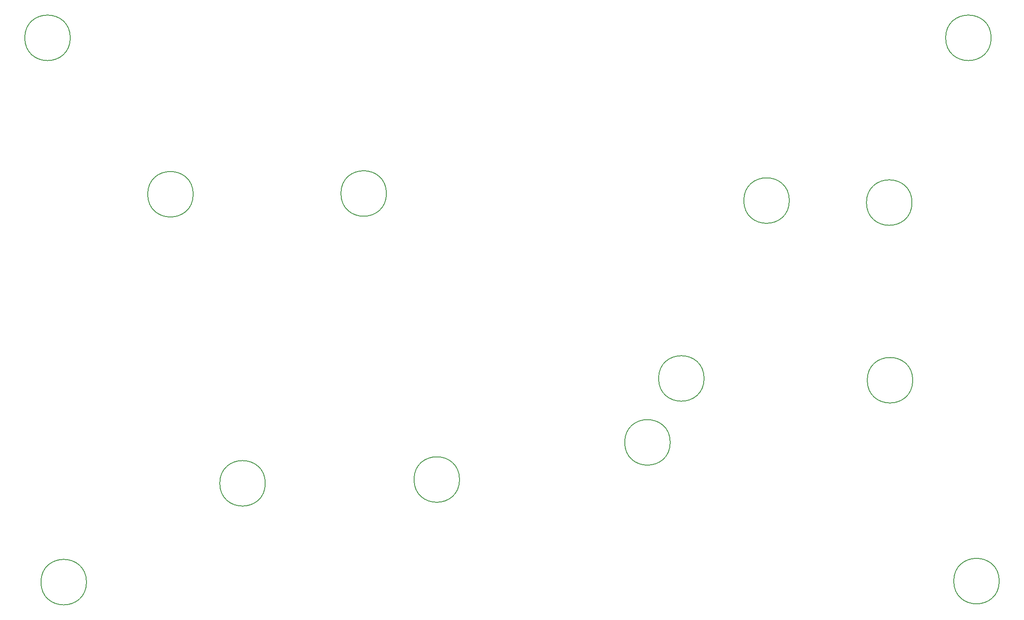
<source format=gbr>
%TF.GenerationSoftware,KiCad,Pcbnew,7.0.9*%
%TF.CreationDate,2024-01-14T19:22:03+01:00*%
%TF.ProjectId,right_plate,72696768-745f-4706-9c61-74652e6b6963,rev?*%
%TF.SameCoordinates,Original*%
%TF.FileFunction,Other,Comment*%
%FSLAX46Y46*%
G04 Gerber Fmt 4.6, Leading zero omitted, Abs format (unit mm)*
G04 Created by KiCad (PCBNEW 7.0.9) date 2024-01-14 19:22:03*
%MOMM*%
%LPD*%
G01*
G04 APERTURE LIST*
%ADD10C,0.150000*%
G04 APERTURE END LIST*
D10*
%TO.C,H10*%
X76550000Y-76000000D02*
G75*
G03*
X76550000Y-76000000I-4500000J0D01*
G01*
%TO.C,H9*%
X218650000Y-77650000D02*
G75*
G03*
X218650000Y-77650000I-4500000J0D01*
G01*
%TO.C,H1*%
X129200000Y-132449999D02*
G75*
G03*
X129200000Y-132449999I-4500000J0D01*
G01*
%TO.C,H2*%
X218800000Y-112800000D02*
G75*
G03*
X218800000Y-112800000I-4500000J0D01*
G01*
%TO.C,H7*%
X235900000Y-152550000D02*
G75*
G03*
X235900000Y-152550000I-4500000J0D01*
G01*
%TO.C,H6*%
X194400000Y-77250000D02*
G75*
G03*
X194400000Y-77250000I-4500000J0D01*
G01*
%TO.C,H5*%
X90800000Y-133199999D02*
G75*
G03*
X90800000Y-133199999I-4500000J0D01*
G01*
%TO.C,H11*%
X177550000Y-112450000D02*
G75*
G03*
X177550000Y-112450000I-4500000J0D01*
G01*
%TO.C,H3*%
X52250000Y-45050000D02*
G75*
G03*
X52250000Y-45050000I-4500000J0D01*
G01*
%TO.C,H8*%
X55450000Y-152750000D02*
G75*
G03*
X55450000Y-152750000I-4500000J0D01*
G01*
%TO.C,H4*%
X170850000Y-125100000D02*
G75*
G03*
X170850000Y-125100000I-4500000J0D01*
G01*
%TO.C,H13*%
X114750000Y-75850000D02*
G75*
G03*
X114750000Y-75850000I-4500000J0D01*
G01*
%TO.C,H12*%
X234300000Y-45050000D02*
G75*
G03*
X234300000Y-45050000I-4500000J0D01*
G01*
%TD*%
M02*

</source>
